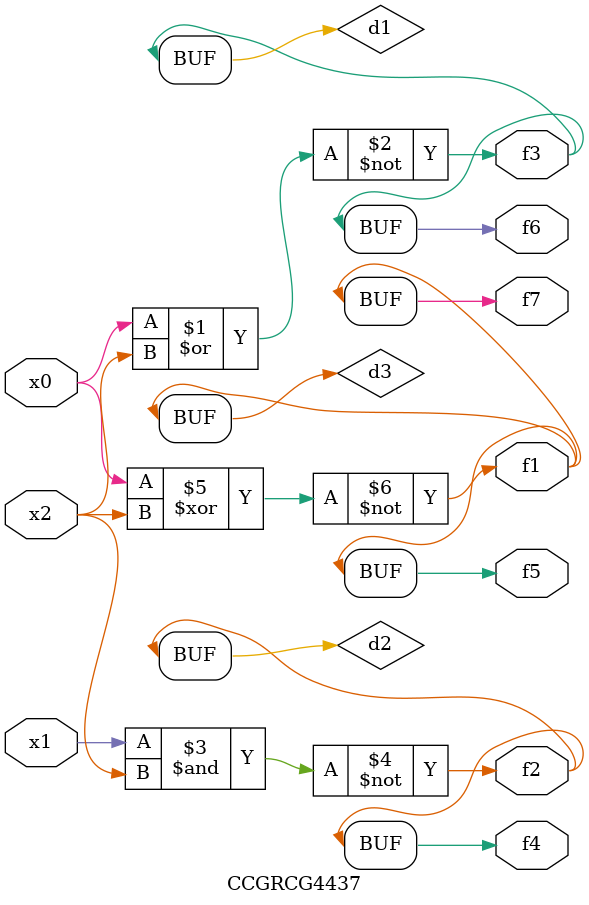
<source format=v>
module CCGRCG4437(
	input x0, x1, x2,
	output f1, f2, f3, f4, f5, f6, f7
);

	wire d1, d2, d3;

	nor (d1, x0, x2);
	nand (d2, x1, x2);
	xnor (d3, x0, x2);
	assign f1 = d3;
	assign f2 = d2;
	assign f3 = d1;
	assign f4 = d2;
	assign f5 = d3;
	assign f6 = d1;
	assign f7 = d3;
endmodule

</source>
